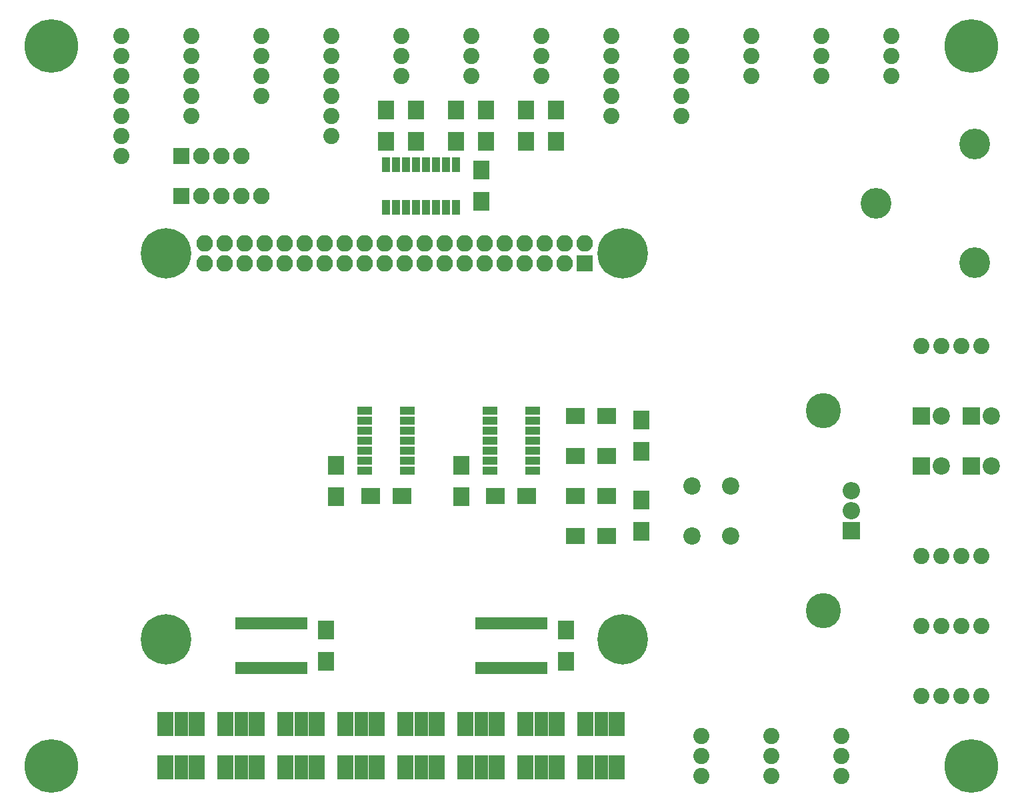
<source format=gbr>
G04 #@! TF.FileFunction,Soldermask,Top*
%FSLAX46Y46*%
G04 Gerber Fmt 4.6, Leading zero omitted, Abs format (unit mm)*
G04 Created by KiCad (PCBNEW 4.0.7) date 01/22/18 20:22:31*
%MOMM*%
%LPD*%
G01*
G04 APERTURE LIST*
%ADD10C,0.100000*%
%ADD11R,2.100000X2.100000*%
%ADD12O,2.100000X2.100000*%
%ADD13C,6.400000*%
%ADD14R,2.400000X2.000000*%
%ADD15R,2.000000X2.400000*%
%ADD16R,2.200000X2.200000*%
%ADD17C,2.200000*%
%ADD18C,2.051000*%
%ADD19R,2.100000X2.400000*%
%ADD20R,0.800000X1.500000*%
%ADD21R,1.000000X1.900000*%
%ADD22C,3.900000*%
%ADD23O,2.200000X2.200000*%
%ADD24R,2.100000X3.100000*%
%ADD25R,1.700000X3.100000*%
%ADD26C,4.464000*%
%ADD27C,6.800000*%
%ADD28C,1.200000*%
%ADD29R,1.900000X1.000000*%
G04 APERTURE END LIST*
D10*
D11*
X90577380Y-77161480D03*
D12*
X90577380Y-74621480D03*
X88037380Y-77161480D03*
X88037380Y-74621480D03*
X85497380Y-77161480D03*
X85497380Y-74621480D03*
X82957380Y-77161480D03*
X82957380Y-74621480D03*
X80417380Y-77161480D03*
X80417380Y-74621480D03*
X77877380Y-77161480D03*
X77877380Y-74621480D03*
X75337380Y-77161480D03*
X75337380Y-74621480D03*
X72797380Y-77161480D03*
X72797380Y-74621480D03*
X70257380Y-77161480D03*
X70257380Y-74621480D03*
X67717380Y-77161480D03*
X67717380Y-74621480D03*
X65177380Y-77161480D03*
X65177380Y-74621480D03*
X62637380Y-77161480D03*
X62637380Y-74621480D03*
X60097380Y-77161480D03*
X60097380Y-74621480D03*
X57557380Y-77161480D03*
X57557380Y-74621480D03*
X55017380Y-77161480D03*
X55017380Y-74621480D03*
X52477380Y-77161480D03*
X52477380Y-74621480D03*
X49937380Y-77161480D03*
X49937380Y-74621480D03*
X47397380Y-77161480D03*
X47397380Y-74621480D03*
X44857380Y-77161480D03*
X44857380Y-74621480D03*
X42317380Y-77161480D03*
X42317380Y-74621480D03*
D13*
X37470000Y-75890000D03*
X37470000Y-124890000D03*
X95470000Y-75890000D03*
X95470000Y-124890000D03*
D14*
X93440000Y-111760000D03*
X89440000Y-111760000D03*
X93440000Y-106680000D03*
X89440000Y-106680000D03*
X93440000Y-101600000D03*
X89440000Y-101600000D03*
X93440000Y-96520000D03*
X89440000Y-96520000D03*
D15*
X77470000Y-69310000D03*
X77470000Y-65310000D03*
X57785000Y-123730000D03*
X57785000Y-127730000D03*
X88265000Y-123730000D03*
X88265000Y-127730000D03*
D14*
X83280000Y-106680000D03*
X79280000Y-106680000D03*
X67405000Y-106680000D03*
X63405000Y-106680000D03*
D15*
X78105000Y-57690000D03*
X78105000Y-61690000D03*
X86995000Y-57690000D03*
X86995000Y-61690000D03*
D16*
X139700000Y-102870000D03*
D17*
X142240000Y-102870000D03*
D16*
X139700000Y-96520000D03*
D17*
X142240000Y-96520000D03*
D16*
X133350000Y-102870000D03*
D17*
X135890000Y-102870000D03*
D18*
X133350000Y-87630000D03*
X135890000Y-87630000D03*
X138430000Y-87630000D03*
X140970000Y-87630000D03*
X85090000Y-53340000D03*
X85090000Y-50800000D03*
X85090000Y-48260000D03*
X93980000Y-58420000D03*
X93980000Y-55880000D03*
X93980000Y-53340000D03*
X93980000Y-50800000D03*
X93980000Y-48260000D03*
X102870000Y-58420000D03*
X102870000Y-55880000D03*
X102870000Y-53340000D03*
X102870000Y-50800000D03*
X102870000Y-48260000D03*
X49530000Y-55880000D03*
X49530000Y-53340000D03*
X49530000Y-50800000D03*
X49530000Y-48260000D03*
X67310000Y-53340000D03*
X67310000Y-50800000D03*
X67310000Y-48260000D03*
X76200000Y-53340000D03*
X76200000Y-50800000D03*
X76200000Y-48260000D03*
X111760000Y-53340000D03*
X111760000Y-50800000D03*
X111760000Y-48260000D03*
X120650000Y-53340000D03*
X120650000Y-50800000D03*
X120650000Y-48260000D03*
X129540000Y-53340000D03*
X129540000Y-50800000D03*
X129540000Y-48260000D03*
X133350000Y-114300000D03*
X135890000Y-114300000D03*
X138430000Y-114300000D03*
X140970000Y-114300000D03*
X133350000Y-123190000D03*
X135890000Y-123190000D03*
X138430000Y-123190000D03*
X140970000Y-123190000D03*
X133350000Y-132080000D03*
X135890000Y-132080000D03*
X138430000Y-132080000D03*
X140970000Y-132080000D03*
X105410000Y-142240000D03*
X105410000Y-139700000D03*
X105410000Y-137160000D03*
X114300000Y-142240000D03*
X114300000Y-139700000D03*
X114300000Y-137160000D03*
X123190000Y-142240000D03*
X123190000Y-139700000D03*
X123190000Y-137160000D03*
X40640000Y-58420000D03*
X40640000Y-55880000D03*
X40640000Y-53340000D03*
X40640000Y-50800000D03*
X40640000Y-48260000D03*
X31750000Y-63500000D03*
X31750000Y-60960000D03*
X31750000Y-58420000D03*
X31750000Y-55880000D03*
X31750000Y-53340000D03*
X31750000Y-50800000D03*
X31750000Y-48260000D03*
X58420000Y-58420000D03*
X58420000Y-55880000D03*
X58420000Y-53340000D03*
X58420000Y-50800000D03*
X58420000Y-60960000D03*
X58420000Y-48260000D03*
D19*
X65405000Y-61690000D03*
X65405000Y-57690000D03*
X74295000Y-61690000D03*
X74295000Y-57690000D03*
X69215000Y-57690000D03*
X69215000Y-61690000D03*
X83185000Y-61690000D03*
X83185000Y-57690000D03*
X97790000Y-111220000D03*
X97790000Y-107220000D03*
X97790000Y-101060000D03*
X97790000Y-97060000D03*
X59055000Y-106775000D03*
X59055000Y-102775000D03*
X74930000Y-106775000D03*
X74930000Y-102775000D03*
D11*
X39370000Y-63500000D03*
D12*
X41910000Y-63500000D03*
X44450000Y-63500000D03*
X46990000Y-63500000D03*
D11*
X39370000Y-68580000D03*
D12*
X41910000Y-68580000D03*
X44450000Y-68580000D03*
X46990000Y-68580000D03*
X49530000Y-68580000D03*
D20*
X55025000Y-122880000D03*
X54375000Y-122880000D03*
X53725000Y-122880000D03*
X53075000Y-122880000D03*
X52425000Y-122880000D03*
X51775000Y-122880000D03*
X51125000Y-122880000D03*
X50475000Y-122880000D03*
X49825000Y-122880000D03*
X49175000Y-122880000D03*
X48525000Y-122880000D03*
X47875000Y-122880000D03*
X47225000Y-122880000D03*
X46575000Y-122880000D03*
X46575000Y-128580000D03*
X47225000Y-128580000D03*
X47875000Y-128580000D03*
X48525000Y-128580000D03*
X49175000Y-128580000D03*
X49825000Y-128580000D03*
X50475000Y-128580000D03*
X51125000Y-128580000D03*
X51775000Y-128580000D03*
X52425000Y-128580000D03*
X53075000Y-128580000D03*
X53725000Y-128580000D03*
X54375000Y-128580000D03*
X55025000Y-128580000D03*
X85505000Y-122880000D03*
X84855000Y-122880000D03*
X84205000Y-122880000D03*
X83555000Y-122880000D03*
X82905000Y-122880000D03*
X82255000Y-122880000D03*
X81605000Y-122880000D03*
X80955000Y-122880000D03*
X80305000Y-122880000D03*
X79655000Y-122880000D03*
X79005000Y-122880000D03*
X78355000Y-122880000D03*
X77705000Y-122880000D03*
X77055000Y-122880000D03*
X77055000Y-128580000D03*
X77705000Y-128580000D03*
X78355000Y-128580000D03*
X79005000Y-128580000D03*
X79655000Y-128580000D03*
X80305000Y-128580000D03*
X80955000Y-128580000D03*
X81605000Y-128580000D03*
X82255000Y-128580000D03*
X82905000Y-128580000D03*
X83555000Y-128580000D03*
X84205000Y-128580000D03*
X84855000Y-128580000D03*
X85505000Y-128580000D03*
D16*
X133350000Y-96520000D03*
D17*
X135890000Y-96520000D03*
D21*
X65405000Y-70010000D03*
X66675000Y-70010000D03*
X67945000Y-70010000D03*
X69215000Y-70010000D03*
X70485000Y-70010000D03*
X71755000Y-70010000D03*
X73025000Y-70010000D03*
X74295000Y-70010000D03*
X74295000Y-64610000D03*
X73025000Y-64610000D03*
X71755000Y-64610000D03*
X70485000Y-64610000D03*
X69215000Y-64610000D03*
X67945000Y-64610000D03*
X66675000Y-64610000D03*
X65405000Y-64610000D03*
D22*
X140130000Y-77030000D03*
X127630000Y-69530000D03*
X140130000Y-62030000D03*
D16*
X124460000Y-111125000D03*
D23*
X124460000Y-108585000D03*
X124460000Y-106045000D03*
D24*
X41345000Y-135680000D03*
D25*
X39370000Y-135680000D03*
D24*
X37395000Y-135680000D03*
D25*
X39370000Y-141180000D03*
D24*
X37395000Y-141180000D03*
X41345000Y-141180000D03*
X56585000Y-135680000D03*
D25*
X54610000Y-135680000D03*
D24*
X52635000Y-135680000D03*
D25*
X54610000Y-141180000D03*
D24*
X52635000Y-141180000D03*
X56585000Y-141180000D03*
X71825000Y-135680000D03*
D25*
X69850000Y-135680000D03*
D24*
X67875000Y-135680000D03*
D25*
X69850000Y-141180000D03*
D24*
X67875000Y-141180000D03*
X71825000Y-141180000D03*
X87065000Y-135680000D03*
D25*
X85090000Y-135680000D03*
D24*
X83115000Y-135680000D03*
D25*
X85090000Y-141180000D03*
D24*
X83115000Y-141180000D03*
X87065000Y-141180000D03*
X48965000Y-135680000D03*
D25*
X46990000Y-135680000D03*
D24*
X45015000Y-135680000D03*
D25*
X46990000Y-141180000D03*
D24*
X45015000Y-141180000D03*
X48965000Y-141180000D03*
X64205000Y-135680000D03*
D25*
X62230000Y-135680000D03*
D24*
X60255000Y-135680000D03*
D25*
X62230000Y-141180000D03*
D24*
X60255000Y-141180000D03*
X64205000Y-141180000D03*
X79445000Y-135680000D03*
D25*
X77470000Y-135680000D03*
D24*
X75495000Y-135680000D03*
D25*
X77470000Y-141180000D03*
D24*
X75495000Y-141180000D03*
X79445000Y-141180000D03*
X94685000Y-135680000D03*
D25*
X92710000Y-135680000D03*
D24*
X90735000Y-135680000D03*
D25*
X92710000Y-141180000D03*
D24*
X90735000Y-141180000D03*
X94685000Y-141180000D03*
D26*
X120967500Y-95885000D03*
X120967500Y-121285000D03*
D27*
X139700000Y-140970000D03*
D28*
X142100000Y-140970000D03*
X141397056Y-142667056D03*
X139700000Y-143370000D03*
X138002944Y-142667056D03*
X137300000Y-140970000D03*
X138002944Y-139272944D03*
X139700000Y-138570000D03*
X141397056Y-139272944D03*
D27*
X139700000Y-49530000D03*
D28*
X142100000Y-49530000D03*
X141397056Y-51227056D03*
X139700000Y-51930000D03*
X138002944Y-51227056D03*
X137300000Y-49530000D03*
X138002944Y-47832944D03*
X139700000Y-47130000D03*
X141397056Y-47832944D03*
D27*
X22860000Y-49530000D03*
D28*
X25260000Y-49530000D03*
X24557056Y-51227056D03*
X22860000Y-51930000D03*
X21162944Y-51227056D03*
X20460000Y-49530000D03*
X21162944Y-47832944D03*
X22860000Y-47130000D03*
X24557056Y-47832944D03*
D27*
X22860000Y-140970000D03*
D28*
X25260000Y-140970000D03*
X24557056Y-142667056D03*
X22860000Y-143370000D03*
X21162944Y-142667056D03*
X20460000Y-140970000D03*
X21162944Y-139272944D03*
X22860000Y-138570000D03*
X24557056Y-139272944D03*
D17*
X104240000Y-111760000D03*
X109120000Y-111760000D03*
X104240000Y-105410000D03*
X109120000Y-105410000D03*
D29*
X68105000Y-103505000D03*
X68105000Y-102235000D03*
X68105000Y-100965000D03*
X68105000Y-99695000D03*
X68105000Y-98425000D03*
X68105000Y-97155000D03*
X68105000Y-95885000D03*
X62705000Y-95885000D03*
X62705000Y-97155000D03*
X62705000Y-98425000D03*
X62705000Y-99695000D03*
X62705000Y-100965000D03*
X62705000Y-102235000D03*
X62705000Y-103505000D03*
X83980000Y-103505000D03*
X83980000Y-102235000D03*
X83980000Y-100965000D03*
X83980000Y-99695000D03*
X83980000Y-98425000D03*
X83980000Y-97155000D03*
X83980000Y-95885000D03*
X78580000Y-95885000D03*
X78580000Y-97155000D03*
X78580000Y-98425000D03*
X78580000Y-99695000D03*
X78580000Y-100965000D03*
X78580000Y-102235000D03*
X78580000Y-103505000D03*
M02*

</source>
